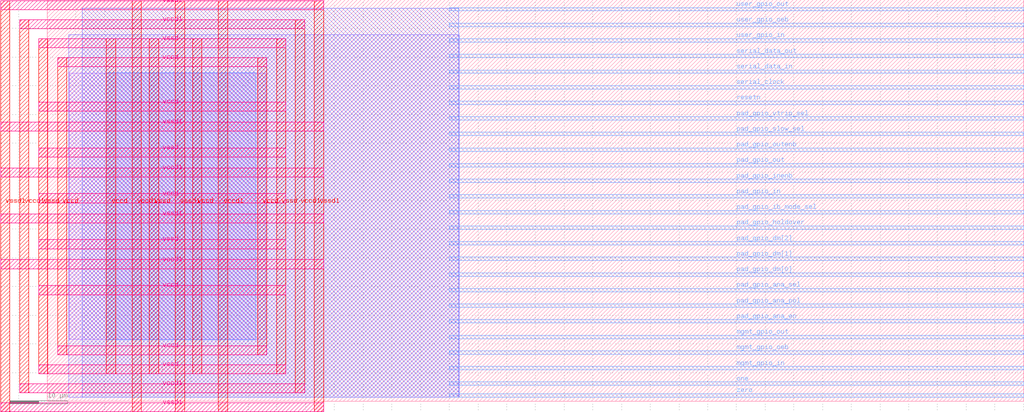
<source format=lef>
VERSION 5.7 ;
  NOWIREEXTENSIONATPIN ON ;
  DIVIDERCHAR "/" ;
  BUSBITCHARS "[]" ;
MACRO gpio_control_block
  CLASS BLOCK ;
  FOREIGN gpio_control_block ;
  ORIGIN 0.000 0.000 ;
  SIZE 170.000 BY 70.000 ;
  PIN mgmt_gpio_in
    DIRECTION OUTPUT ;
    USE SIGNAL ;
    PORT
      LAYER met3 ;
        RECT 70.000 5.480 170.000 6.080 ;
    END
  END mgmt_gpio_in
  PIN mgmt_gpio_oeb
    DIRECTION INPUT ;
    USE SIGNAL ;
    PORT
      LAYER met3 ;
        RECT 70.000 8.200 170.000 8.800 ;
    END
  END mgmt_gpio_oeb
  PIN mgmt_gpio_out
    DIRECTION INPUT ;
    USE SIGNAL ;
    PORT
      LAYER met3 ;
        RECT 70.000 10.920 170.000 11.520 ;
    END
  END mgmt_gpio_out
  PIN one
    DIRECTION OUTPUT ;
    USE SIGNAL ;
    PORT
      LAYER met3 ;
        RECT 70.000 2.760 170.000 3.360 ;
    END
  END one
  PIN pad_gpio_ana_en
    DIRECTION OUTPUT ;
    USE SIGNAL ;
    PORT
      LAYER met3 ;
        RECT 70.000 13.640 170.000 14.240 ;
    END
  END pad_gpio_ana_en
  PIN pad_gpio_ana_pol
    DIRECTION OUTPUT ;
    USE SIGNAL ;
    PORT
      LAYER met3 ;
        RECT 70.000 16.360 170.000 16.960 ;
    END
  END pad_gpio_ana_pol
  PIN pad_gpio_ana_sel
    DIRECTION OUTPUT ;
    USE SIGNAL ;
    PORT
      LAYER met3 ;
        RECT 70.000 19.080 170.000 19.680 ;
    END
  END pad_gpio_ana_sel
  PIN pad_gpio_dm[0]
    DIRECTION OUTPUT ;
    USE SIGNAL ;
    PORT
      LAYER met3 ;
        RECT 70.000 21.800 170.000 22.400 ;
    END
  END pad_gpio_dm[0]
  PIN pad_gpio_dm[1]
    DIRECTION OUTPUT ;
    USE SIGNAL ;
    PORT
      LAYER met3 ;
        RECT 70.000 24.520 170.000 25.120 ;
    END
  END pad_gpio_dm[1]
  PIN pad_gpio_dm[2]
    DIRECTION OUTPUT ;
    USE SIGNAL ;
    PORT
      LAYER met3 ;
        RECT 70.000 27.240 170.000 27.840 ;
    END
  END pad_gpio_dm[2]
  PIN pad_gpio_holdover
    DIRECTION OUTPUT ;
    USE SIGNAL ;
    PORT
      LAYER met3 ;
        RECT 70.000 29.960 170.000 30.560 ;
    END
  END pad_gpio_holdover
  PIN pad_gpio_ib_mode_sel
    DIRECTION OUTPUT ;
    USE SIGNAL ;
    PORT
      LAYER met3 ;
        RECT 70.000 32.680 170.000 33.280 ;
    END
  END pad_gpio_ib_mode_sel
  PIN pad_gpio_in
    DIRECTION INPUT ;
    USE SIGNAL ;
    PORT
      LAYER met3 ;
        RECT 70.000 35.400 170.000 36.000 ;
    END
  END pad_gpio_in
  PIN pad_gpio_inenb
    DIRECTION OUTPUT ;
    USE SIGNAL ;
    PORT
      LAYER met3 ;
        RECT 70.000 38.120 170.000 38.720 ;
    END
  END pad_gpio_inenb
  PIN pad_gpio_out
    DIRECTION OUTPUT ;
    USE SIGNAL ;
    PORT
      LAYER met3 ;
        RECT 70.000 40.840 170.000 41.440 ;
    END
  END pad_gpio_out
  PIN pad_gpio_outenb
    DIRECTION OUTPUT ;
    USE SIGNAL ;
    PORT
      LAYER met3 ;
        RECT 70.000 43.560 170.000 44.160 ;
    END
  END pad_gpio_outenb
  PIN pad_gpio_slow_sel
    DIRECTION OUTPUT ;
    USE SIGNAL ;
    PORT
      LAYER met3 ;
        RECT 70.000 46.280 170.000 46.880 ;
    END
  END pad_gpio_slow_sel
  PIN pad_gpio_vtrip_sel
    DIRECTION OUTPUT ;
    USE SIGNAL ;
    PORT
      LAYER met3 ;
        RECT 70.000 49.000 170.000 49.600 ;
    END
  END pad_gpio_vtrip_sel
  PIN resetn
    DIRECTION INPUT ;
    USE SIGNAL ;
    PORT
      LAYER met3 ;
        RECT 70.000 51.720 170.000 52.320 ;
    END
  END resetn
  PIN serial_clock
    DIRECTION INPUT ;
    USE SIGNAL ;
    PORT
      LAYER met3 ;
        RECT 70.000 54.440 170.000 55.040 ;
    END
  END serial_clock
  PIN serial_data_in
    DIRECTION INPUT ;
    USE SIGNAL ;
    PORT
      LAYER met3 ;
        RECT 70.000 57.160 170.000 57.760 ;
    END
  END serial_data_in
  PIN serial_data_out
    DIRECTION OUTPUT ;
    USE SIGNAL ;
    PORT
      LAYER met3 ;
        RECT 70.000 59.880 170.000 60.480 ;
    END
  END serial_data_out
  PIN user_gpio_in
    DIRECTION OUTPUT ;
    USE SIGNAL ;
    PORT
      LAYER met3 ;
        RECT 70.000 62.600 170.000 63.200 ;
    END
  END user_gpio_in
  PIN user_gpio_oeb
    DIRECTION INPUT ;
    USE SIGNAL ;
    PORT
      LAYER met3 ;
        RECT 70.000 65.320 170.000 65.920 ;
    END
  END user_gpio_oeb
  PIN user_gpio_out
    DIRECTION INPUT ;
    USE SIGNAL ;
    PORT
      LAYER met3 ;
        RECT 70.000 68.040 170.000 68.640 ;
    END
  END user_gpio_out
  PIN zero
    DIRECTION OUTPUT ;
    USE SIGNAL ;
    PORT
      LAYER met3 ;
        RECT 70.000 0.720 170.000 1.320 ;
    END
  END zero
  PIN vccd
    DIRECTION INOUT ;
    USE POWER ;
    PORT
      LAYER met4 ;
        RECT 25.300 4.780 26.900 63.220 ;
    END
  END vccd
  PIN vccd
    DIRECTION INOUT ;
    USE POWER ;
    PORT
      LAYER met4 ;
        RECT 10.300 4.780 11.900 63.220 ;
    END
  END vccd
  PIN vccd
    DIRECTION INOUT ;
    USE POWER ;
    PORT
      LAYER met4 ;
        RECT 36.620 8.080 38.220 59.920 ;
    END
  END vccd
  PIN vccd
    DIRECTION INOUT ;
    USE POWER ;
    PORT
      LAYER met4 ;
        RECT 1.800 8.080 3.400 59.920 ;
    END
  END vccd
  PIN vccd
    DIRECTION INOUT ;
    USE POWER ;
    PORT
      LAYER met5 ;
        RECT 1.800 58.320 38.220 59.920 ;
    END
  END vccd
  PIN vccd
    DIRECTION INOUT ;
    USE POWER ;
    PORT
      LAYER met5 ;
        RECT -1.500 50.580 41.520 52.180 ;
    END
  END vccd
  PIN vccd
    DIRECTION INOUT ;
    USE POWER ;
    PORT
      LAYER met5 ;
        RECT -1.500 34.580 41.520 36.180 ;
    END
  END vccd
  PIN vccd
    DIRECTION INOUT ;
    USE POWER ;
    PORT
      LAYER met5 ;
        RECT -1.500 18.580 41.520 20.180 ;
    END
  END vccd
  PIN vccd
    DIRECTION INOUT ;
    USE POWER ;
    PORT
      LAYER met5 ;
        RECT 1.800 8.080 38.220 9.680 ;
    END
  END vccd
  PIN vssd
    DIRECTION INOUT ;
    USE GROUND ;
    PORT
      LAYER met4 ;
        RECT 39.920 4.780 41.520 63.220 ;
    END
  END vssd
  PIN vssd
    DIRECTION INOUT ;
    USE GROUND ;
    PORT
      LAYER met4 ;
        RECT 17.800 4.780 19.400 63.220 ;
    END
  END vssd
  PIN vssd
    DIRECTION INOUT ;
    USE GROUND ;
    PORT
      LAYER met4 ;
        RECT -1.500 4.780 0.100 63.220 ;
    END
  END vssd
  PIN vssd
    DIRECTION INOUT ;
    USE GROUND ;
    PORT
      LAYER met5 ;
        RECT -1.500 61.620 41.520 63.220 ;
    END
  END vssd
  PIN vssd
    DIRECTION INOUT ;
    USE GROUND ;
    PORT
      LAYER met5 ;
        RECT -1.500 42.580 41.520 44.180 ;
    END
  END vssd
  PIN vssd
    DIRECTION INOUT ;
    USE GROUND ;
    PORT
      LAYER met5 ;
        RECT -1.500 26.580 41.520 28.180 ;
    END
  END vssd
  PIN vssd
    DIRECTION INOUT ;
    USE GROUND ;
    PORT
      LAYER met5 ;
        RECT -1.500 4.780 41.520 6.380 ;
    END
  END vssd
  PIN vccd1
    DIRECTION INOUT ;
    USE POWER ;
    PORT
      LAYER met4 ;
        RECT 29.800 -1.820 31.400 69.820 ;
    END
  END vccd1
  PIN vccd1
    DIRECTION INOUT ;
    USE POWER ;
    PORT
      LAYER met4 ;
        RECT 14.800 -1.820 16.400 69.820 ;
    END
  END vccd1
  PIN vccd1
    DIRECTION INOUT ;
    USE POWER ;
    PORT
      LAYER met4 ;
        RECT 43.220 1.480 44.820 66.520 ;
    END
  END vccd1
  PIN vccd1
    DIRECTION INOUT ;
    USE POWER ;
    PORT
      LAYER met4 ;
        RECT -4.800 1.480 -3.200 66.520 ;
    END
  END vccd1
  PIN vccd1
    DIRECTION INOUT ;
    USE POWER ;
    PORT
      LAYER met5 ;
        RECT -4.800 64.920 44.820 66.520 ;
    END
  END vccd1
  PIN vccd1
    DIRECTION INOUT ;
    USE POWER ;
    PORT
      LAYER met5 ;
        RECT -8.100 39.080 48.120 40.680 ;
    END
  END vccd1
  PIN vccd1
    DIRECTION INOUT ;
    USE POWER ;
    PORT
      LAYER met5 ;
        RECT -8.100 23.080 48.120 24.680 ;
    END
  END vccd1
  PIN vccd1
    DIRECTION INOUT ;
    USE POWER ;
    PORT
      LAYER met5 ;
        RECT -4.800 1.480 44.820 3.080 ;
    END
  END vccd1
  PIN vssd1
    DIRECTION INOUT ;
    USE GROUND ;
    PORT
      LAYER met4 ;
        RECT 46.520 -1.820 48.120 69.820 ;
    END
  END vssd1
  PIN vssd1
    DIRECTION INOUT ;
    USE GROUND ;
    PORT
      LAYER met4 ;
        RECT 22.300 -1.820 23.900 69.820 ;
    END
  END vssd1
  PIN vssd1
    DIRECTION INOUT ;
    USE GROUND ;
    PORT
      LAYER met4 ;
        RECT -8.100 -1.820 -6.500 69.820 ;
    END
  END vssd1
  PIN vssd1
    DIRECTION INOUT ;
    USE GROUND ;
    PORT
      LAYER met5 ;
        RECT -8.100 68.220 48.120 69.820 ;
    END
  END vssd1
  PIN vssd1
    DIRECTION INOUT ;
    USE GROUND ;
    PORT
      LAYER met5 ;
        RECT -8.100 47.080 48.120 48.680 ;
    END
  END vssd1
  PIN vssd1
    DIRECTION INOUT ;
    USE GROUND ;
    PORT
      LAYER met5 ;
        RECT -8.100 31.080 48.120 32.680 ;
    END
  END vssd1
  PIN vssd1
    DIRECTION INOUT ;
    USE GROUND ;
    PORT
      LAYER met5 ;
        RECT -8.100 -1.820 48.120 -0.220 ;
    END
  END vssd1
  OBS
      LAYER li1 ;
        RECT 3.825 10.795 38.035 57.205 ;
      LAYER met1 ;
        RECT 3.765 0.720 71.690 63.880 ;
      LAYER met2 ;
        RECT 6.080 0.690 71.670 68.525 ;
      LAYER met3 ;
        RECT 10.300 10.715 36.275 57.285 ;
  END
END gpio_control_block
END LIBRARY


</source>
